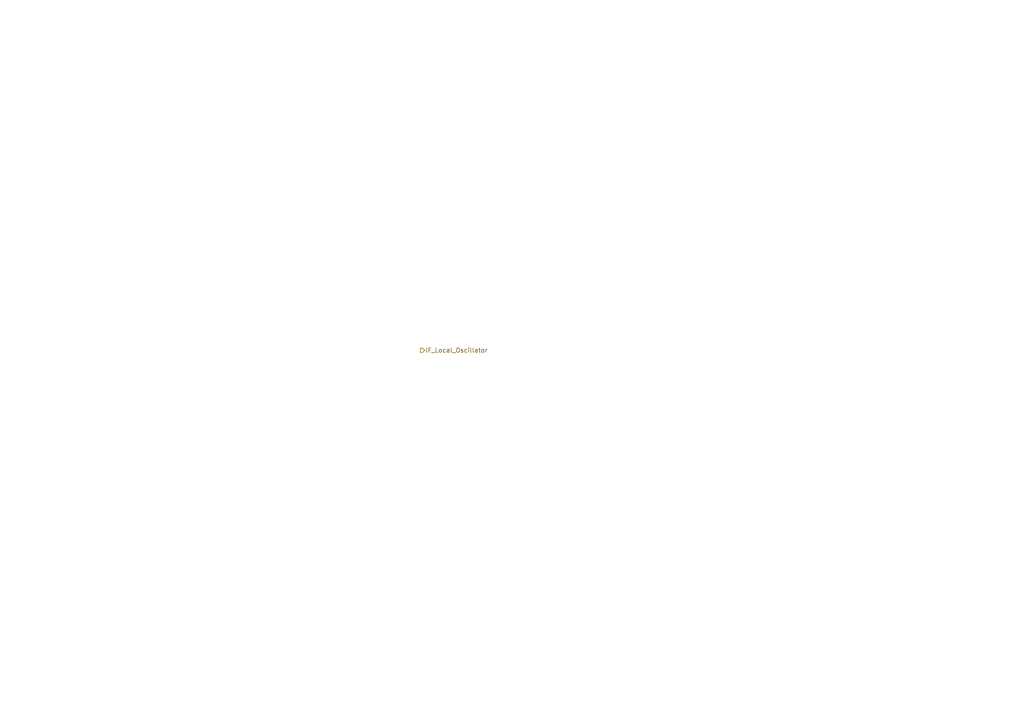
<source format=kicad_sch>
(kicad_sch
	(version 20231120)
	(generator "eeschema")
	(generator_version "8.0")
	(uuid "bef43245-6682-4b30-a1fe-e3fc9b517b88")
	(paper "A4")
	(lib_symbols)
	(hierarchical_label "IF_Local_Oscillator"
		(shape output)
		(at 121.92 101.6 0)
		(fields_autoplaced yes)
		(effects
			(font
				(size 1.27 1.27)
			)
			(justify left)
		)
		(uuid "801db56f-5fa2-4f5c-a02b-dced180bd691")
	)
)

</source>
